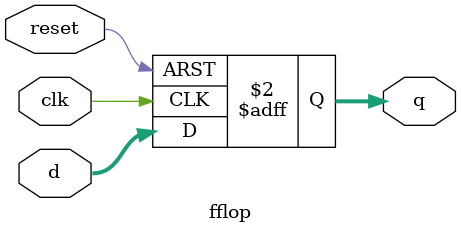
<source format=sv>
module fflop #(parameter W = 8)
		(input logic  clk, reset,
		 input logic [W-1:0] d,
		 output logic [W-1:0] q);
		 
		 
	always_ff @(posedge clk, posedge reset)
		if(reset) q <=0;
		else 		 q <= d;
	endmodule
</source>
